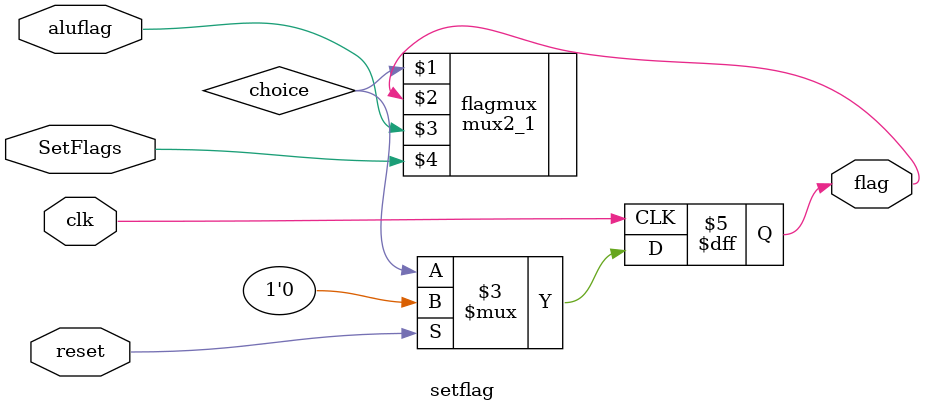
<source format=sv>
module setflag(clk, reset, SetFlags, aluflag, flag);

	//call this three times. For carry out, overflow, and negative.
	
	output logic flag; //old flag
	input logic aluflag, SetFlags, clk, reset; //new flag
	logic choice;
	
	//if e=0, flag <= old flag. If e=1,  flag <= new flag.
	mux2_1 flagmux (choice, flag, aluflag, SetFlags);
	
	always_ff @(posedge clk) begin
		if (reset)
			flag <= 0;
		else
			flag <= choice;
	end

endmodule 
</source>
